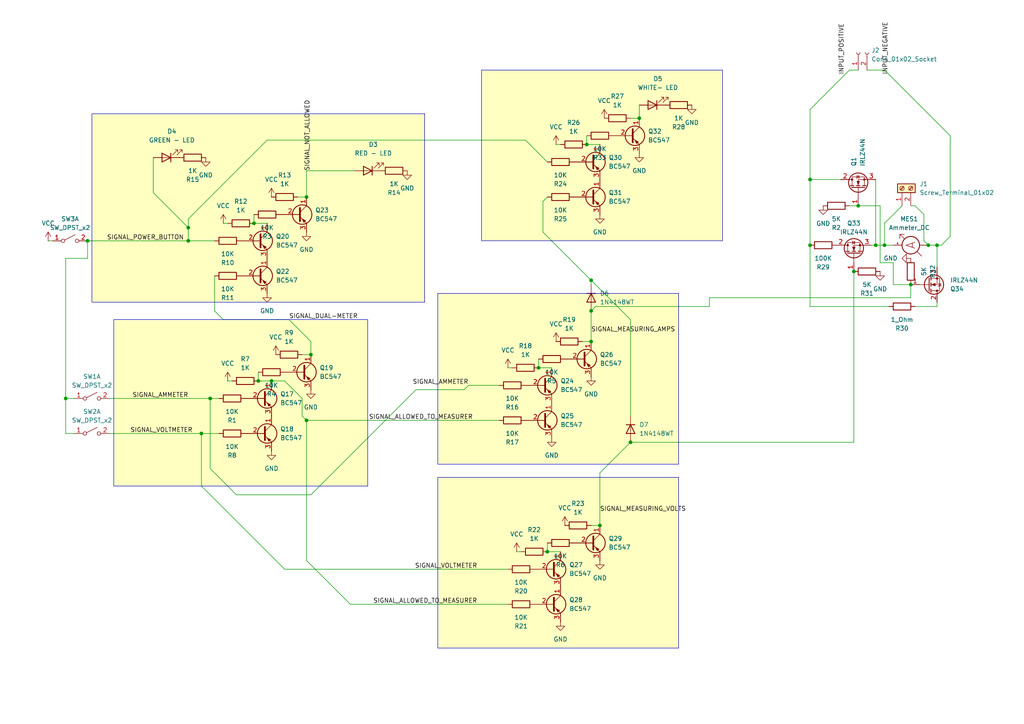
<source format=kicad_sch>
(kicad_sch (version 20231120) (generator "eeschema") (generator_version "8.0")
  (paper "A4")
  (lib_symbols
    (symbol "Connector:Conn_01x02_Socket" (pin_names (offset 1.016) hide)
      (property "Reference" "J" (at 0 2.54 0))
      (property "Value" "Conn_01x02_Socket" (at 0 -5.08 0))
      (symbol "Conn_01x02_Socket_1_1"
        (arc (start 0 -2.032) (mid -0.5058 -2.54) (end 0 -3.048) (stroke (width 0.1524)))
        (polyline (pts (xy -1.27 -2.54) (xy -0.508 -2.54)) (stroke (width 0.1524)))
        (polyline (pts (xy -1.27 0) (xy -0.508 0)) (stroke (width 0.1524)))
        (arc (start 0 0.508) (mid -0.5058 0) (end 0 -0.508) (stroke (width 0.1524)))
        (pin passive line (at -5.08 0 0) (length 3.81) (name "Pin_1") (number "1"))
        (pin passive line (at -5.08 -2.54 0) (length 3.81) (name "Pin_2") (number "2"))
      )
    )
    (symbol "Connector:Screw_Terminal_01x02" (pin_names (offset 1.016) hide)
      (property "Reference" "J" (at 0 2.54 0))
      (property "Value" "Screw_Terminal_01x02" (at 0 -5.08 0))
      (symbol "Screw_Terminal_01x02_1_1"
        (rectangle (start -1.27 1.27) (end 1.27 -3.81) (stroke (width 0.254)) (fill (type background)))
        (circle (center 0 -2.54) (radius 0.635) (stroke (width 0.1524)))
        (polyline (pts (xy -0.5334 -2.2098) (xy 0.3302 -3.048)) (stroke (width 0.1524)))
        (polyline (pts (xy -0.5334 0.3302) (xy 0.3302 -0.508)) (stroke (width 0.1524)))
        (polyline (pts (xy -0.3556 -2.032) (xy 0.508 -2.8702)) (stroke (width 0.1524)))
        (polyline (pts (xy -0.3556 0.508) (xy 0.508 -0.3302)) (stroke (width 0.1524)))
        (circle (center 0 0) (radius 0.635) (stroke (width 0.1524)))
        (pin passive line (at -5.08 0 0) (length 3.81) (name "Pin_1") (number "1"))
        (pin passive line (at -5.08 -2.54 0) (length 3.81) (name "Pin_2") (number "2"))
      )
    )
    (symbol "Device:Ammeter_DC" (pin_numbers hide) (pin_names (offset 0.0254) hide)
      (property "Reference" "MES" (at -3.302 1.016 0))
      (property "Value" "Ammeter_DC" (at -3.302 -0.762 0))
      (symbol "Ammeter_DC_0_0"
        (polyline (pts (xy -3.175 -3.175) (xy -1.905 -1.905)))
        (polyline (pts (xy 1.905 1.905) (xy 3.175 3.175)))
        (polyline (pts (xy 1.905 3.175) (xy 3.175 3.175) (xy 3.175 1.905)))
        (text "A" (at 0 0 0) (effects (font (size 2.54 2.54))))
      )
      (symbol "Ammeter_DC_0_1"
        (polyline (pts (xy 0.254 3.81) (xy 0.762 3.81)))
        (polyline (pts (xy 0.508 4.064) (xy 0.508 3.556)))
        (circle (center 0 0) (radius 2.54) (stroke (width 0.254)))
      )
      (symbol "Ammeter_DC_1_1"
        (pin passive line (at 0 -5.08 90) (length 2.54) (name "-") (number "1"))
        (pin passive line (at 0 5.08 270) (length 2.54) (name "+") (number "2"))
      )
    )
    (symbol "Device:LED" (pin_numbers hide) (pin_names (offset 1.016) hide)
      (property "Reference" "D" (at 0 2.54 0))
      (property "Value" "LED" (at 0 -2.54 0))
      (symbol "LED_0_1"
        (polyline (pts (xy -1.27 -1.27) (xy -1.27 1.27)) (stroke (width 0.254)))
        (polyline (pts (xy -1.27 0) (xy 1.27 0)))
        (polyline (pts (xy 1.27 -1.27) (xy 1.27 1.27) (xy -1.27 0) (xy 1.27 -1.27)) (stroke (width 0.254)))
        (polyline (pts (xy -3.048 -0.762) (xy -4.572 -2.286) (xy -3.81 -2.286) (xy -4.572 -2.286) (xy -4.572 -1.524)))
        (polyline (pts (xy -1.778 -0.762) (xy -3.302 -2.286) (xy -2.54 -2.286) (xy -3.302 -2.286) (xy -3.302 -1.524)))
      )
      (symbol "LED_1_1"
        (pin passive line (at -3.81 0 0) (length 2.54) (name "K") (number "1"))
        (pin passive line (at 3.81 0 180) (length 2.54) (name "A") (number "2"))
      )
    )
    (symbol "Device:R" (pin_numbers hide) (pin_names (offset 0))
      (property "Reference" "R" (at 16.256 -3.048 90))
      (property "Value" "4.7" (at 0 0 90))
      (symbol "R_0_1"
        (rectangle (start -1.016 -2.54) (end 1.016 2.54) (stroke (width 0.254)))
      )
      (symbol "R_1_1"
        (pin passive line (at 0 3.81 270) (length 1.27) (name "~") (number "1"))
        (pin passive line (at 0 -3.81 90) (length 1.27) (name "~") (number "2"))
      )
    )
    (symbol "Diode:1N4148WT" (pin_numbers hide) (pin_names hide)
      (property "Reference" "D" (at 0 2.54 0))
      (property "Value" "1N4148WT" (at 0 -2.54 0))
      (symbol "1N4148WT_0_1"
        (polyline (pts (xy -1.27 1.27) (xy -1.27 -1.27)) (stroke (width 0.254)))
        (polyline (pts (xy 1.27 0) (xy -1.27 0)))
        (polyline (pts (xy 1.27 1.27) (xy 1.27 -1.27) (xy -1.27 0) (xy 1.27 1.27)) (stroke (width 0.254)))
      )
      (symbol "1N4148WT_1_1"
        (pin passive line (at -3.81 0 0) (length 2.54) (name "K") (number "1"))
        (pin passive line (at 3.81 0 180) (length 2.54) (name "A") (number "2"))
      )
    )
    (symbol "Switch:SW_DPST_x2" (pin_names (offset 0) hide)
      (property "Reference" "SW" (at 0 3.175 0))
      (property "Value" "SW_DPST_x2" (at 0 -2.54 0))
      (symbol "SW_DPST_x2_0_0"
        (circle (center -2.032 0) (radius 0.508))
        (polyline (pts (xy -1.524 0.254) (xy 1.524 1.778)))
        (circle (center 2.032 0) (radius 0.508))
      )
      (symbol "SW_DPST_x2_1_1"
        (pin passive line (at -5.08 0 0) (length 2.54) (name "A") (number "1"))
        (pin passive line (at 5.08 0 180) (length 2.54) (name "B") (number "2"))
      )
      (symbol "SW_DPST_x2_2_1"
        (pin passive line (at -5.08 0 0) (length 2.54) (name "A") (number "3"))
        (pin passive line (at 5.08 0 180) (length 2.54) (name "B") (number "4"))
      )
    )
    (symbol "Transistor_BJT:BC557" (pin_names (offset 0) hide)
      (property "Reference" "Q" (at 5.08 1.905 0))
      (property "Value" "BC557" (at 5.08 0 0))
      (symbol "BC557_0_1"
        (polyline (pts (xy 0.635 0.635) (xy 2.54 2.54)))
        (polyline (pts (xy 0.635 -0.635) (xy 2.54 -2.54) (xy 2.54 -2.54)))
        (polyline (pts (xy 0.635 1.905) (xy 0.635 -1.905) (xy 0.635 -1.905)) (stroke (width 0.508)))
        (polyline (pts (xy 2.286 -1.778) (xy 1.778 -2.286) (xy 1.27 -1.27) (xy 2.286 -1.778) (xy 2.286 -1.778)) (fill (type outline)))
        (circle (center 1.27 0) (radius 2.8194) (stroke (width 0.254)))
      )
      (symbol "BC557_1_1"
        (pin passive line (at 2.54 5.08 270) (length 2.54) (name "C") (number "1"))
        (pin input line (at -5.08 0 0) (length 5.715) (name "B") (number "2"))
        (pin passive line (at 2.54 -5.08 90) (length 2.54) (name "E") (number "3"))
      )
    )
    (symbol "Transistor_FET:IRLZ44N" (pin_names hide)
      (property "Reference" "Q" (at 5.08 1.905 0))
      (property "Value" "IRLZ44N" (at 5.08 0 0))
      (symbol "IRLZ44N_0_1"
        (polyline (pts (xy 0.254 0) (xy -2.54 0)))
        (polyline (pts (xy 0.254 1.905) (xy 0.254 -1.905)) (stroke (width 0.254)))
        (polyline (pts (xy 0.762 -1.27) (xy 0.762 -2.286)) (stroke (width 0.254)))
        (polyline (pts (xy 0.762 0.508) (xy 0.762 -0.508)) (stroke (width 0.254)))
        (polyline (pts (xy 0.762 2.286) (xy 0.762 1.27)) (stroke (width 0.254)))
        (polyline (pts (xy 2.54 2.54) (xy 2.54 1.778)))
        (polyline (pts (xy 2.54 -2.54) (xy 2.54 0) (xy 0.762 0)))
        (polyline (pts (xy 0.762 -1.778) (xy 3.302 -1.778) (xy 3.302 1.778) (xy 0.762 1.778)))
        (polyline (pts (xy 1.016 0) (xy 2.032 0.381) (xy 2.032 -0.381) (xy 1.016 0)) (fill (type outline)))
        (polyline (pts (xy 2.794 0.508) (xy 2.921 0.381) (xy 3.683 0.381) (xy 3.81 0.254)))
        (polyline (pts (xy 3.302 0.381) (xy 2.921 -0.254) (xy 3.683 -0.254) (xy 3.302 0.381)))
        (circle (center 1.651 0) (radius 2.794) (stroke (width 0.254)))
        (circle (center 2.54 -1.778) (radius 0.254) (fill (type outline)))
        (circle (center 2.54 1.778) (radius 0.254) (fill (type outline)))
      )
      (symbol "IRLZ44N_1_1"
        (pin input line (at -5.08 0 0) (length 2.54) (name "G") (number "1"))
        (pin passive line (at 2.54 5.08 270) (length 2.54) (name "D") (number "2"))
        (pin passive line (at 2.54 -5.08 90) (length 2.54) (name "S") (number "3"))
      )
    )
    (symbol "power:GND" (power) (pin_numbers hide) (pin_names (offset 0) hide)
      (property "Value" "GND" (at 0 -3.81 0))
      (symbol "GND_0_1"
        (polyline (pts (xy 0 0) (xy 0 -1.27) (xy 1.27 -1.27) (xy 0 -2.54) (xy -1.27 -1.27) (xy 0 -1.27)))
      )
      (symbol "GND_1_1"
        (pin power_in line (at 0 0 270) (length 0) (name "~") (number "1"))
      )
    )
    (symbol "power:VCC" (power) (pin_numbers hide) (pin_names (offset 0) hide)
      (property "Value" "VCC" (at 0 3.556 0))
      (symbol "VCC_0_1"
        (polyline (pts (xy -0.762 1.27) (xy 0 2.54)))
        (polyline (pts (xy 0 0) (xy 0 2.54)))
        (polyline (pts (xy 0 2.54) (xy 0.762 1.27)))
      )
      (symbol "VCC_1_1"
        (pin power_in line (at 0 0 90) (length 0) (name "~") (number "1"))
      )
    )
  )
  (junction (at 254 71.12))
  (junction (at 264.16 82.55))
  (junction (at 58.42 125.73))
  (junction (at 234.95 52.07))
  (junction (at 60.96 115.57))
  (junction (at 74.93 110.49))
  (junction (at 256.54 71.12))
  (junction (at 171.45 81.28))
  (junction (at 158.75 160.02))
  (junction (at 247.65 78.74))
  (junction (at 78.74 110.49))
  (junction (at 73.66 64.77))
  (junction (at 171.45 90.17))
  (junction (at 25.4 69.85))
  (junction (at 54.61 69.85))
  (junction (at 54.61 66.04))
  (junction (at 271.78 71.12))
  (junction (at 156.21 106.68))
  (junction (at 171.45 99.06))
  (junction (at 88.9 121.92))
  (junction (at 173.99 152.4))
  (junction (at 170.18 41.91))
  (junction (at 19.05 115.57))
  (junction (at 88.9 57.15))
  (junction (at 90.17 102.87))
  (junction (at 248.92 59.69))
  (junction (at 269.24 71.12))
  (junction (at 182.88 128.27))
  (junction (at 234.95 71.12))
  (junction (at 185.42 34.29))
  (wire (pts (xy 273.05 71.12) (xy 275.59 68.58)))
  (wire (pts (xy 101.6 175.26) (xy 147.32 175.26)))
  (wire (pts (xy 73.66 64.77) (xy 77.47 64.77)))
  (wire (pts (xy 171.45 90.17) (xy 171.45 99.06)))
  (wire (pts (xy 171.45 81.28) (xy 171.45 82.55)))
  (wire (pts (xy 265.43 59.69) (xy 267.97 62.23)))
  (wire (pts (xy 60.96 115.57) (xy 60.96 135.89)))
  (wire (pts (xy 120.65 113.03) (xy 134.62 113.03)))
  (wire (pts (xy 44.45 45.72) (xy 44.45 55.88)))
  (wire (pts (xy 185.42 30.48) (xy 185.42 34.29)))
  (wire (pts (xy 248.92 20.32) (xy 246.38 20.32)))
  (wire (pts (xy 90.17 143.51) (xy 120.65 113.03)))
  (wire (pts (xy 77.47 40.64) (xy 152.4 40.64)))
  (wire (pts (xy 82.55 165.1) (xy 58.42 140.97)))
  (wire (pts (xy 252.73 71.12) (xy 254 71.12)))
  (wire (pts (xy 87.63 102.87) (xy 90.17 102.87)))
  (wire (pts (xy 264.16 86.36) (xy 264.16 82.55)))
  (wire (pts (xy 19.05 74.93) (xy 25.4 74.93)))
  (wire (pts (xy 25.4 69.85) (xy 54.61 69.85)))
  (wire (pts (xy 134.62 113.03) (xy 135.89 111.76)))
  (wire (pts (xy 31.75 125.73) (xy 58.42 125.73)))
  (wire (pts (xy 182.88 34.29) (xy 185.42 34.29)))
  (wire (pts (xy 82.55 165.1) (xy 147.32 165.1)))
  (wire (pts (xy 88.9 162.56) (xy 101.6 175.26)))
  (wire (pts (xy 234.95 52.07) (xy 234.95 31.75)))
  (wire (pts (xy 275.59 68.58) (xy 275.59 39.37)))
  (wire (pts (xy 246.38 59.69) (xy 248.92 59.69)))
  (wire (pts (xy 58.42 125.73) (xy 58.42 140.97)))
  (wire (pts (xy 19.05 125.73) (xy 19.05 115.57)))
  (wire (pts (xy 151.13 160.02) (xy 149.86 160.02)))
  (wire (pts (xy 255.27 76.2) (xy 255.27 59.69)))
  (wire (pts (xy 54.61 66.04) (xy 54.61 69.85)))
  (wire (pts (xy 256.54 20.32) (xy 275.59 39.37)))
  (wire (pts (xy 74.93 107.95) (xy 74.93 110.49)))
  (wire (pts (xy 170.18 41.91) (xy 173.99 41.91)))
  (wire (pts (xy 205.74 88.9) (xy 172.72 88.9)))
  (wire (pts (xy 234.95 71.12) (xy 234.95 88.9)))
  (wire (pts (xy 168.91 99.06) (xy 171.45 99.06)))
  (wire (pts (xy 234.95 52.07) (xy 243.84 52.07)))
  (wire (pts (xy 254 71.12) (xy 256.54 71.12)))
  (wire (pts (xy 156.21 106.68) (xy 160.02 106.68)))
  (wire (pts (xy 234.95 88.9) (xy 257.81 88.9)))
  (wire (pts (xy 88.9 49.53) (xy 102.87 49.53)))
  (wire (pts (xy 157.48 58.42) (xy 158.75 57.15)))
  (wire (pts (xy 182.88 92.71) (xy 182.88 120.65)))
  (wire (pts (xy 78.74 110.49) (xy 82.55 110.49)))
  (wire (pts (xy 87.63 120.65) (xy 88.9 121.92)))
  (wire (pts (xy 82.55 110.49) (xy 87.63 115.57)))
  (wire (pts (xy 182.88 128.27) (xy 247.65 128.27)))
  (wire (pts (xy 73.66 62.23) (xy 73.66 64.77)))
  (wire (pts (xy 254 52.07) (xy 254 71.12)))
  (wire (pts (xy 54.61 66.04) (xy 54.61 63.5)))
  (wire (pts (xy 173.99 137.16) (xy 182.88 128.27)))
  (wire (pts (xy 247.65 128.27) (xy 247.65 78.74)))
  (wire (pts (xy 251.46 20.32) (xy 256.54 20.32)))
  (wire (pts (xy 256.54 71.12) (xy 259.08 71.12)))
  (wire (pts (xy 87.63 115.57) (xy 87.63 120.65)))
  (wire (pts (xy 162.56 41.91) (xy 161.29 41.91)))
  (wire (pts (xy 255.27 59.69) (xy 248.92 59.69)))
  (wire (pts (xy 157.48 67.31) (xy 171.45 81.28)))
  (wire (pts (xy 19.05 115.57) (xy 21.59 115.57)))
  (wire (pts (xy 88.9 49.53) (xy 88.9 57.15)))
  (wire (pts (xy 68.58 143.51) (xy 90.17 143.51)))
  (wire (pts (xy 60.96 135.89) (xy 68.58 143.51)))
  (wire (pts (xy 171.45 152.4) (xy 173.99 152.4)))
  (wire (pts (xy 54.61 63.5) (xy 77.47 40.64)))
  (wire (pts (xy 60.96 115.57) (xy 63.5 115.57)))
  (wire (pts (xy 13.97 69.85) (xy 15.24 69.85)))
  (wire (pts (xy 156.21 104.14) (xy 156.21 106.68)))
  (wire (pts (xy 135.89 111.76) (xy 144.78 111.76)))
  (wire (pts (xy 90.17 99.06) (xy 83.82 92.71)))
  (wire (pts (xy 271.78 87.63) (xy 271.78 88.9)))
  (wire (pts (xy 66.04 64.77) (xy 64.77 64.77)))
  (wire (pts (xy 205.74 88.9) (xy 205.74 86.36)))
  (wire (pts (xy 205.74 86.36) (xy 264.16 86.36)))
  (wire (pts (xy 173.99 137.16) (xy 173.99 152.4)))
  (wire (pts (xy 259.08 82.55) (xy 259.08 76.2)))
  (wire (pts (xy 44.45 55.88) (xy 54.61 66.04)))
  (wire (pts (xy 170.18 39.37) (xy 170.18 41.91)))
  (wire (pts (xy 271.78 71.12) (xy 273.05 71.12)))
  (wire (pts (xy 158.75 160.02) (xy 162.56 160.02)))
  (wire (pts (xy 25.4 74.93) (xy 25.4 69.85)))
  (wire (pts (xy 88.9 121.92) (xy 144.78 121.92)))
  (wire (pts (xy 88.9 121.92) (xy 88.9 162.56)))
  (wire (pts (xy 256.54 64.77) (xy 256.54 71.12)))
  (wire (pts (xy 19.05 125.73) (xy 21.59 125.73)))
  (wire (pts (xy 74.93 110.49) (xy 78.74 110.49)))
  (wire (pts (xy 171.45 81.28) (xy 182.88 92.71)))
  (wire (pts (xy 172.72 88.9) (xy 171.45 90.17)))
  (wire (pts (xy 259.08 76.2) (xy 255.27 76.2)))
  (wire (pts (xy 31.75 115.57) (xy 60.96 115.57)))
  (wire (pts (xy 90.17 99.06) (xy 90.17 102.87)))
  (wire (pts (xy 62.23 80.01) (xy 62.23 90.17)))
  (wire (pts (xy 267.97 62.23) (xy 267.97 69.85)))
  (wire (pts (xy 58.42 125.73) (xy 63.5 125.73)))
  (wire (pts (xy 157.48 67.31) (xy 157.48 58.42)))
  (wire (pts (xy 86.36 57.15) (xy 88.9 57.15)))
  (wire (pts (xy 234.95 71.12) (xy 234.95 52.07)))
  (wire (pts (xy 19.05 115.57) (xy 19.05 74.93)))
  (wire (pts (xy 265.43 88.9) (xy 271.78 88.9)))
  (wire (pts (xy 158.75 157.48) (xy 158.75 160.02)))
  (wire (pts (xy 152.4 40.64) (xy 158.75 46.99)))
  (wire (pts (xy 83.82 92.71) (xy 64.77 92.71)))
  (wire (pts (xy 267.97 69.85) (xy 269.24 71.12)))
  (wire (pts (xy 64.77 92.71) (xy 62.23 90.17)))
  (wire (pts (xy 67.31 110.49) (xy 66.04 110.49)))
  (wire (pts (xy 264.16 59.69) (xy 265.43 59.69)))
  (wire (pts (xy 271.78 71.12) (xy 271.78 77.47)))
  (wire (pts (xy 148.59 106.68) (xy 147.32 106.68)))
  (wire (pts (xy 261.62 59.69) (xy 256.54 64.77)))
  (wire (pts (xy 54.61 69.85) (xy 62.23 69.85)))
  (wire (pts (xy 269.24 71.12) (xy 271.78 71.12)))
  (wire (pts (xy 264.16 82.55) (xy 259.08 82.55)))
  (wire (pts (xy 234.95 31.75) (xy 246.38 20.32)))
  (rectangle (start 127 138.43) (end 196.85 187.96) (fill (type color) (color 255 255 194 1)))
  (rectangle (start 139.7 20.32) (end 209.55 69.85) (fill (type color) (color 255 255 194 1)))
  (rectangle (start 26.67 33.02) (end 123.19 87.63) (fill (type color) (color 255 255 194 1)))
  (rectangle (start 33.02 92.71) (end 106.68 140.97) (fill (type color) (color 255 255 194 1)))
  (rectangle (start 127 85.09) (end 196.85 134.62) (fill (type color) (color 255 255 194 1)))
  (label "INPUT_NEGATIVE" (at 257.81 21.59 90))
  (label "SIGNAL_VOLTMETER" (at 55.88 125.73 180))
  (label "SIGNAL_VOLTMETER" (at 138.43 165.1 180))
  (label "INPUT_POSITIVE" (at 245.11 21.59 90))
  (label "SIGNAL_DUAL-METER" (at 83.82 92.71 0))
  (label "SIGNAL_POWER_BUTTON" (at 53.34 69.85 180))
  (label "SIGNAL_AMMETER" (at 135.89 111.76 180))
  (label "SIGNAL_NOT_ALLOWED" (at 90.17 49.53 90))
  (label "SIGNAL_ALLOWED_TO_MEASURER" (at 137.16 121.92 180))
  (label "SIGNAL_MEASURING_AMPS" (at 171.45 96.52 0))
  (label "SIGNAL_AMMETER" (at 54.61 115.57 180))
  (label "SIGNAL_ALLOWED_TO_MEASURER" (at 138.43 175.26 180))
  (label "SIGNAL_MEASURING_VOLTS" (at 173.99 148.59 0))
  (symbol (lib_id "Device:R") (at 179.07 34.29 90) (mirror x) (unit 1)
    (property "Reference" "R27" (at 179.07 27.94 90))
    (property "Value" "1K" (at 179.07 30.48 90))
    (property "Footprint" "Resistor_THT:R_Axial_DIN0309_L9.0mm_D3.2mm_P12.70mm_Horizontal" (effects (hide yes)))
    (property "Description" "Resistor" (effects (hide yes)))
  )
  (symbol (lib_id "Switch:SW_DPST_x2") (at 26.67 115.57 0) (unit 1)
    (property "Reference" "SW1" (at 26.67 109.22 0))
    (property "Value" "SW_DPST_x2" (at 26.67 111.76 0))
    (property "Footprint" "Button_Switch_THT:SW_DIP_SPSTx01_Piano_10.8x4.1mm_W7.62mm_P2.54mm" (effects (hide yes)))
    (property "Description" "Single Pole Single Throw (SPST) switch, separate symbol" (effects (hide yes)))
  )
  (symbol (lib_id "Device:R") (at 82.55 57.15 90) (mirror x) (unit 1)
    (property "Reference" "R13" (at 82.55 50.8 90))
    (property "Value" "1K" (at 82.55 53.34 90))
    (property "Footprint" "Resistor_THT:R_Axial_DIN0309_L9.0mm_D3.2mm_P12.70mm_Horizontal" (effects (hide yes)))
    (property "Description" "Resistor" (effects (hide yes)))
  )
  (symbol (lib_id "power:VCC") (at 13.97 69.85 0) (unit 1)
    (property "Reference" "#PWR05" (effects (hide yes)))
    (property "Value" "VCC" (at 13.97 64.77 0))
    (property "Description" "Power symbol creates a global label with name \"VCC\"" (effects (hide yes)))
  )
  (symbol (lib_id "Device:R") (at 78.74 107.95 90) (unit 1)
    (property "Reference" "R4" (at 78.74 114.3 90))
    (property "Value" "10K" (at 78.74 111.76 90))
    (property "Footprint" "Resistor_THT:R_Axial_DIN0309_L9.0mm_D3.2mm_P12.70mm_Horizontal" (effects (hide yes)))
    (property "Description" "Resistor" (effects (hide yes)))
  )
  (symbol (lib_id "power:VCC") (at 149.86 160.02 0) (unit 1)
    (property "Reference" "#PWR028" (effects (hide yes)))
    (property "Value" "VCC" (at 149.86 154.94 0))
    (property "Description" "Power symbol creates a global label with name \"VCC\"" (effects (hide yes)))
  )
  (symbol (lib_id "Device:R") (at 160.02 104.14 90) (unit 1)
    (property "Reference" "R5" (at 160.02 110.49 90))
    (property "Value" "10K" (at 160.02 107.95 90))
    (property "Footprint" "Resistor_THT:R_Axial_DIN0309_L9.0mm_D3.2mm_P12.70mm_Horizontal" (effects (hide yes)))
    (property "Description" "Resistor" (effects (hide yes)))
  )
  (symbol (lib_id "power:GND") (at 171.45 109.22 0) (unit 1)
    (property "Reference" "#PWR027" (effects (hide yes)))
    (property "Value" "GND" (at 171.45 114.3 0))
    (property "Description" "Power symbol creates a global label with name \"GND\" , ground" (effects (hide yes)))
  )
  (symbol (lib_id "power:GND") (at 59.69 45.72 0) (unit 1)
    (property "Reference" "#PWR023" (effects (hide yes)))
    (property "Value" "GND" (at 59.69 50.8 0))
    (property "Description" "Power symbol creates a global label with name \"GND\" , ground" (effects (hide yes)))
  )
  (symbol (lib_id "Device:R") (at 151.13 165.1 90) (unit 1)
    (property "Reference" "R20" (at 151.13 171.45 90))
    (property "Value" "10K" (at 151.13 168.91 90))
    (property "Footprint" "Resistor_THT:R_Axial_DIN0309_L9.0mm_D3.2mm_P12.70mm_Horizontal" (effects (hide yes)))
    (property "Description" "Resistor" (effects (hide yes)))
  )
  (symbol (lib_id "Device:R") (at 77.47 62.23 90) (unit 1)
    (property "Reference" "R3" (at 77.47 68.58 90))
    (property "Value" "10K" (at 77.47 66.04 90))
    (property "Footprint" "Resistor_THT:R_Axial_DIN0309_L9.0mm_D3.2mm_P12.70mm_Horizontal" (effects (hide yes)))
    (property "Description" "Resistor" (effects (hide yes)))
  )
  (symbol (lib_id "Transistor_BJT:BC557") (at 76.2 115.57 0) (unit 1)
    (property "Reference" "Q17" (at 81.28 114.2999 0) (effects (justify left)))
    (property "Value" "BC547" (at 81.28 116.8399 0) (effects (justify left)))
    (property "Footprint" "Package_TO_SOT_THT:TO-92_Inline" (effects (hide yes)))
    (property "Datasheet" "https://www.onsemi.com/pub/Collateral/BC556BTA-D.pdf" (effects (hide yes)))
    (property "Description" "0.1A Ic, 45V Vce, PNP Small Signal Transistor, TO-92" (effects (hide yes)))
  )
  (symbol (lib_id "power:VCC") (at 66.04 110.49 0) (unit 1)
    (property "Reference" "#PWR01" (effects (hide yes)))
    (property "Value" "VCC" (at 66.04 105.41 0))
    (property "Description" "Power symbol creates a global label with name \"VCC\"" (effects (hide yes)))
  )
  (symbol (lib_id "power:GND") (at 264.16 74.93 270) (unit 1)
    (property "Reference" "#PWR038" (effects (hide yes)))
    (property "Value" "GND" (at 260.35 74.9299 90) (effects (justify right)))
    (property "Description" "Power symbol creates a global label with name \"GND\" , ground" (effects (hide yes)))
  )
  (symbol (lib_id "Transistor_BJT:BC557") (at 74.93 80.01 0) (unit 1)
    (property "Reference" "Q22" (at 80.01 78.7399 0) (effects (justify left)))
    (property "Value" "BC547" (at 80.01 81.2799 0) (effects (justify left)))
    (property "Footprint" "Package_TO_SOT_THT:TO-92_Inline" (effects (hide yes)))
    (property "Datasheet" "https://www.onsemi.com/pub/Collateral/BC556BTA-D.pdf" (effects (hide yes)))
    (property "Description" "0.1A Ic, 45V Vce, PNP Small Signal Transistor, TO-92" (effects (hide yes)))
  )
  (symbol (lib_id "Transistor_FET:IRLZ44N") (at 247.65 73.66 90) (unit 1)
    (property "Reference" "Q33" (at 247.65 64.77 90))
    (property "Value" "IRLZ44N" (at 247.65 67.31 90))
    (property "Footprint" "Package_TO_SOT_THT:TO-220-3_Vertical" (effects (hide yes)))
    (property "Datasheet" "http://www.irf.com/product-info/datasheets/data/irlz44n.pdf" (effects (hide yes)))
    (property "Description" "47A Id, 55V Vds, 22mOhm Rds Single N-Channel HEXFET Power MOSFET, TO-220AB" (effects (hide yes)))
  )
  (symbol (lib_id "Device:R") (at 242.57 59.69 270) (mirror x) (unit 1)
    (property "Reference" "R2" (at 242.57 66.04 90))
    (property "Value" "5K" (at 242.57 63.5 90))
    (property "Footprint" "Resistor_THT:R_Axial_DIN0309_L9.0mm_D3.2mm_P12.70mm_Horizontal" (effects (hide yes)))
    (property "Description" "Resistor" (effects (hide yes)))
  )
  (symbol (lib_id "Transistor_FET:IRLZ44N") (at 248.92 54.61 90) (unit 1)
    (property "Reference" "Q1" (at 247.6499 48.26 0) (effects (justify left)))
    (property "Value" "IRLZ44N" (at 250.1899 48.26 0) (effects (justify left)))
    (property "Footprint" "Package_TO_SOT_THT:TO-220-3_Vertical" (effects (hide yes)))
    (property "Datasheet" "http://www.irf.com/product-info/datasheets/data/irlz44n.pdf" (effects (hide yes)))
    (property "Description" "47A Id, 55V Vds, 22mOhm Rds Single N-Channel HEXFET Power MOSFET, TO-220AB" (effects (hide yes)))
  )
  (symbol (lib_id "Device:LED") (at 106.68 49.53 180) (unit 1)
    (property "Reference" "D3" (at 108.2675 41.91 0))
    (property "Value" "RED - LED" (at 108.2675 44.45 0))
    (property "Footprint" "LED_THT:LED_D1.8mm_W3.3mm_H2.4mm" (effects (hide yes)))
    (property "Description" "Light emitting diode" (effects (hide yes)))
  )
  (symbol (lib_id "Transistor_BJT:BC557") (at 87.63 107.95 0) (unit 1)
    (property "Reference" "Q19" (at 92.71 106.6799 0) (effects (justify left)))
    (property "Value" "BC547" (at 92.71 109.2199 0) (effects (justify left)))
    (property "Footprint" "Package_TO_SOT_THT:TO-92_Inline" (effects (hide yes)))
    (property "Datasheet" "https://www.onsemi.com/pub/Collateral/BC556BTA-D.pdf" (effects (hide yes)))
    (property "Description" "0.1A Ic, 45V Vce, PNP Small Signal Transistor, TO-92" (effects (hide yes)))
  )
  (symbol (lib_id "Device:R") (at 66.04 80.01 90) (unit 1)
    (property "Reference" "R11" (at 66.04 86.36 90))
    (property "Value" "10K" (at 66.04 83.82 90))
    (property "Footprint" "Resistor_THT:R_Axial_DIN0309_L9.0mm_D3.2mm_P12.70mm_Horizontal" (effects (hide yes)))
    (property "Description" "Resistor" (effects (hide yes)))
  )
  (symbol (lib_id "power:VCC") (at 80.01 102.87 0) (unit 1)
    (property "Reference" "#PWR07" (effects (hide yes)))
    (property "Value" "VCC" (at 80.01 97.79 0))
    (property "Description" "Power symbol creates a global label with name \"VCC\"" (effects (hide yes)))
  )
  (symbol (lib_id "power:GND") (at 162.56 180.34 0) (unit 1)
    (property "Reference" "#PWR029" (effects (hide yes)))
    (property "Value" "GND" (at 162.56 185.42 0))
    (property "Description" "Power symbol creates a global label with name \"GND\" , ground" (effects (hide yes)))
  )
  (symbol (lib_id "power:GND") (at 118.11 49.53 0) (unit 1)
    (property "Reference" "#PWR022" (effects (hide yes)))
    (property "Value" "GND" (at 118.11 54.61 0))
    (property "Description" "Power symbol creates a global label with name \"GND\" , ground" (effects (hide yes)))
  )
  (symbol (lib_id "Device:R") (at 264.16 78.74 180) (unit 1)
    (property "Reference" "R32" (at 270.51 78.74 90))
    (property "Value" "5K" (at 267.97 78.74 90))
    (property "Footprint" "Resistor_THT:R_Axial_DIN0309_L9.0mm_D3.2mm_P12.70mm_Horizontal" (effects (hide yes)))
    (property "Description" "Resistor" (effects (hide yes)))
  )
  (symbol (lib_id "Transistor_BJT:BC557") (at 182.88 39.37 0) (unit 1)
    (property "Reference" "Q32" (at 187.96 38.0999 0) (effects (justify left)))
    (property "Value" "BC547" (at 187.96 40.6399 0) (effects (justify left)))
    (property "Footprint" "Package_TO_SOT_THT:TO-92_Inline" (effects (hide yes)))
    (property "Datasheet" "https://www.onsemi.com/pub/Collateral/BC556BTA-D.pdf" (effects (hide yes)))
    (property "Description" "0.1A Ic, 45V Vce, PNP Small Signal Transistor, TO-92" (effects (hide yes)))
  )
  (symbol (lib_id "power:GND") (at 88.9 67.31 0) (unit 1)
    (property "Reference" "#PWR021" (effects (hide yes)))
    (property "Value" "GND" (at 88.9 72.39 0))
    (property "Description" "Power symbol creates a global label with name \"GND\" , ground" (effects (hide yes)))
  )
  (symbol (lib_id "Device:R") (at 114.3 49.53 90) (unit 1)
    (property "Reference" "R14" (at 114.3 55.88 90))
    (property "Value" "1K" (at 114.3 53.34 90))
    (property "Footprint" "Resistor_THT:R_Axial_DIN0309_L9.0mm_D3.2mm_P12.70mm_Horizontal" (effects (hide yes)))
    (property "Description" "Resistor" (effects (hide yes)))
  )
  (symbol (lib_id "power:GND") (at 77.47 85.09 0) (unit 1)
    (property "Reference" "#PWR019" (effects (hide yes)))
    (property "Value" "GND" (at 77.47 90.17 0))
    (property "Description" "Power symbol creates a global label with name \"GND\" , ground" (effects (hide yes)))
  )
  (symbol (lib_id "Device:R") (at 67.31 125.73 90) (unit 1)
    (property "Reference" "R8" (at 67.31 132.08 90))
    (property "Value" "10K" (at 67.31 129.54 90))
    (property "Footprint" "Resistor_THT:R_Axial_DIN0309_L9.0mm_D3.2mm_P12.70mm_Horizontal" (effects (hide yes)))
    (property "Description" "Resistor" (effects (hide yes)))
  )
  (symbol (lib_id "Transistor_BJT:BC557") (at 160.02 175.26 0) (unit 1)
    (property "Reference" "Q28" (at 165.1 173.9899 0) (effects (justify left)))
    (property "Value" "BC547" (at 165.1 176.5299 0) (effects (justify left)))
    (property "Footprint" "Package_TO_SOT_THT:TO-92_Inline" (effects (hide yes)))
    (property "Datasheet" "https://www.onsemi.com/pub/Collateral/BC556BTA-D.pdf" (effects (hide yes)))
    (property "Description" "0.1A Ic, 45V Vce, PNP Small Signal Transistor, TO-92" (effects (hide yes)))
  )
  (symbol (lib_id "Transistor_BJT:BC557") (at 74.93 69.85 0) (unit 1)
    (property "Reference" "Q20" (at 80.01 68.5799 0) (effects (justify left)))
    (property "Value" "BC547" (at 80.01 71.1199 0) (effects (justify left)))
    (property "Footprint" "Package_TO_SOT_THT:TO-92_Inline" (effects (hide yes)))
    (property "Datasheet" "https://www.onsemi.com/pub/Collateral/BC556BTA-D.pdf" (effects (hide yes)))
    (property "Description" "0.1A Ic, 45V Vce, PNP Small Signal Transistor, TO-92" (effects (hide yes)))
  )
  (symbol (lib_id "Switch:SW_DPST_x2") (at 20.32 69.85 0) (unit 1)
    (property "Reference" "SW3" (at 20.32 63.5 0))
    (property "Value" "SW_DPST_x2" (at 20.32 66.04 0))
    (property "Footprint" "Button_Switch_THT:SW_DIP_SPSTx01_Piano_10.8x4.1mm_W7.62mm_P2.54mm" (effects (hide yes)))
    (property "Description" "Single Pole Single Throw (SPST) switch, separate symbol" (effects (hide yes)))
  )
  (symbol (lib_id "Device:R") (at 261.62 88.9 90) (unit 1)
    (property "Reference" "R30" (at 261.62 95.25 90))
    (property "Value" "1_Ohm" (at 261.62 92.71 90))
    (property "Footprint" "Resistor_THT:R_Axial_DIN0309_L9.0mm_D3.2mm_P12.70mm_Horizontal" (effects (hide yes)))
    (property "Description" "Resistor" (effects (hide yes)))
  )
  (symbol (lib_id "Device:R") (at 251.46 78.74 90) (unit 1)
    (property "Reference" "R31" (at 251.46 85.09 90))
    (property "Value" "5K" (at 251.46 82.55 90))
    (property "Footprint" "Resistor_THT:R_Axial_DIN0309_L9.0mm_D3.2mm_P12.70mm_Horizontal" (effects (hide yes)))
    (property "Description" "Resistor" (effects (hide yes)))
  )
  (symbol (lib_id "Device:LED") (at 48.26 45.72 180) (unit 1)
    (property "Reference" "D4" (at 49.8475 38.1 0))
    (property "Value" "GREEN - LED" (at 49.8475 40.64 0))
    (property "Footprint" "LED_THT:LED_D1.8mm_W3.3mm_H2.4mm" (effects (hide yes)))
    (property "Description" "Light emitting diode" (effects (hide yes)))
  )
  (symbol (lib_id "Transistor_BJT:BC557") (at 160.02 165.1 0) (unit 1)
    (property "Reference" "Q27" (at 165.1 163.8299 0) (effects (justify left)))
    (property "Value" "BC547" (at 165.1 166.3699 0) (effects (justify left)))
    (property "Footprint" "Package_TO_SOT_THT:TO-92_Inline" (effects (hide yes)))
    (property "Datasheet" "https://www.onsemi.com/pub/Collateral/BC556BTA-D.pdf" (effects (hide yes)))
    (property "Description" "0.1A Ic, 45V Vce, PNP Small Signal Transistor, TO-92" (effects (hide yes)))
  )
  (symbol (lib_id "Device:R") (at 55.88 45.72 90) (unit 1)
    (property "Reference" "R15" (at 55.88 52.07 90))
    (property "Value" "1K" (at 55.88 49.53 90))
    (property "Footprint" "Resistor_THT:R_Axial_DIN0309_L9.0mm_D3.2mm_P12.70mm_Horizontal" (effects (hide yes)))
    (property "Description" "Resistor" (effects (hide yes)))
  )
  (symbol (lib_id "power:GND") (at 185.42 44.45 0) (unit 1)
    (property "Reference" "#PWR035" (effects (hide yes)))
    (property "Value" "GND" (at 185.42 49.53 0))
    (property "Description" "Power symbol creates a global label with name \"GND\" , ground" (effects (hide yes)))
  )
  (symbol (lib_id "Device:R") (at 173.99 39.37 90) (unit 1)
    (property "Reference" "R33" (at 173.99 45.72 90))
    (property "Value" "10K" (at 173.99 43.18 90))
    (property "Footprint" "Resistor_THT:R_Axial_DIN0309_L9.0mm_D3.2mm_P12.70mm_Horizontal" (effects (hide yes)))
    (property "Description" "Resistor" (effects (hide yes)))
  )
  (symbol (lib_id "power:VCC") (at 78.74 57.15 0) (unit 1)
    (property "Reference" "#PWR020" (effects (hide yes)))
    (property "Value" "VCC" (at 78.74 52.07 0))
    (property "Description" "Power symbol creates a global label with name \"VCC\"" (effects (hide yes)))
  )
  (symbol (lib_id "Transistor_BJT:BC557") (at 76.2 125.73 0) (unit 1)
    (property "Reference" "Q18" (at 81.28 124.4599 0) (effects (justify left)))
    (property "Value" "BC547" (at 81.28 126.9999 0) (effects (justify left)))
    (property "Footprint" "Package_TO_SOT_THT:TO-92_Inline" (effects (hide yes)))
    (property "Datasheet" "https://www.onsemi.com/pub/Collateral/BC556BTA-D.pdf" (effects (hide yes)))
    (property "Description" "0.1A Ic, 45V Vce, PNP Small Signal Transistor, TO-92" (effects (hide yes)))
  )
  (symbol (lib_id "power:GND") (at 238.76 59.69 0) (unit 1)
    (property "Reference" "#PWR06" (effects (hide yes)))
    (property "Value" "GND" (at 238.76 64.8317 0))
    (property "Description" "Power symbol creates a global label with name \"GND\" , ground" (effects (hide yes)))
  )
  (symbol (lib_id "Device:R") (at 166.37 41.91 90) (mirror x) (unit 1)
    (property "Reference" "R26" (at 166.37 35.56 90))
    (property "Value" "1K" (at 166.37 38.1 90))
    (property "Footprint" "Resistor_THT:R_Axial_DIN0309_L9.0mm_D3.2mm_P12.70mm_Horizontal" (effects (hide yes)))
    (property "Description" "Resistor" (effects (hide yes)))
  )
  (symbol (lib_id "power:GND") (at 90.17 113.03 0) (unit 1)
    (property "Reference" "#PWR017" (effects (hide yes)))
    (property "Value" "GND" (at 90.17 118.11 0))
    (property "Description" "Power symbol creates a global label with name \"GND\" , ground" (effects (hide yes)))
  )
  (symbol (lib_id "power:VCC") (at 64.77 64.77 0) (unit 1)
    (property "Reference" "#PWR018" (effects (hide yes)))
    (property "Value" "VCC" (at 64.77 59.69 0))
    (property "Description" "Power symbol creates a global label with name \"VCC\"" (effects (hide yes)))
  )
  (symbol (lib_id "power:GND") (at 173.99 162.56 0) (unit 1)
    (property "Reference" "#PWR031" (effects (hide yes)))
    (property "Value" "GND" (at 173.99 167.64 0))
    (property "Description" "Power symbol creates a global label with name \"GND\" , ground" (effects (hide yes)))
  )
  (symbol (lib_id "power:GND") (at 160.02 127 0) (unit 1)
    (property "Reference" "#PWR025" (effects (hide yes)))
    (property "Value" "GND" (at 160.02 132.08 0))
    (property "Description" "Power symbol creates a global label with name \"GND\" , ground" (effects (hide yes)))
  )
  (symbol (lib_id "power:VCC") (at 161.29 99.06 0) (unit 1)
    (property "Reference" "#PWR026" (effects (hide yes)))
    (property "Value" "VCC" (at 161.29 93.98 0))
    (property "Description" "Power symbol creates a global label with name \"VCC\"" (effects (hide yes)))
  )
  (symbol (lib_id "Device:R") (at 238.76 71.12 90) (unit 1)
    (property "Reference" "R29" (at 238.76 77.47 90))
    (property "Value" "100K" (at 238.76 74.93 90))
    (property "Footprint" "Resistor_THT:R_Axial_DIN0309_L9.0mm_D3.2mm_P12.70mm_Horizontal" (effects (hide yes)))
    (property "Description" "Resistor" (effects (hide yes)))
  )
  (symbol (lib_id "power:GND") (at 200.66 30.48 0) (unit 1)
    (property "Reference" "#PWR036" (effects (hide yes)))
    (property "Value" "GND" (at 200.66 35.56 0))
    (property "Description" "Power symbol creates a global label with name \"GND\" , ground" (effects (hide yes)))
  )
  (symbol (lib_id "power:VCC") (at 163.83 152.4 0) (unit 1)
    (property "Reference" "#PWR030" (effects (hide yes)))
    (property "Value" "VCC" (at 163.83 147.32 0))
    (property "Description" "Power symbol creates a global label with name \"VCC\"" (effects (hide yes)))
  )
  (symbol (lib_id "Device:R") (at 196.85 30.48 90) (unit 1)
    (property "Reference" "R28" (at 196.85 36.83 90))
    (property "Value" "1K" (at 196.85 34.29 90))
    (property "Footprint" "Resistor_THT:R_Axial_DIN0309_L9.0mm_D3.2mm_P12.70mm_Horizontal" (effects (hide yes)))
    (property "Description" "Resistor" (effects (hide yes)))
  )
  (symbol (lib_id "Transistor_BJT:BC557") (at 157.48 111.76 0) (unit 1)
    (property "Reference" "Q24" (at 162.56 110.4899 0) (effects (justify left)))
    (property "Value" "BC547" (at 162.56 113.0299 0) (effects (justify left)))
    (property "Footprint" "Package_TO_SOT_THT:TO-92_Inline" (effects (hide yes)))
    (property "Datasheet" "https://www.onsemi.com/pub/Collateral/BC556BTA-D.pdf" (effects (hide yes)))
    (property "Description" "0.1A Ic, 45V Vce, PNP Small Signal Transistor, TO-92" (effects (hide yes)))
  )
  (symbol (lib_id "Switch:SW_DPST_x2") (at 26.67 125.73 0) (unit 1)
    (property "Reference" "SW2" (at 26.67 119.38 0))
    (property "Value" "SW_DPST_x2" (at 26.67 121.92 0))
    (property "Footprint" "Button_Switch_THT:SW_DIP_SPSTx01_Piano_10.8x4.1mm_W7.62mm_P2.54mm" (effects (hide yes)))
    (property "Description" "Single Pole Single Throw (SPST) switch, separate symbol" (effects (hide yes)))
  )
  (symbol (lib_id "Device:R") (at 66.04 69.85 90) (unit 1)
    (property "Reference" "R10" (at 66.04 76.2 90))
    (property "Value" "10K" (at 66.04 73.66 90))
    (property "Footprint" "Resistor_THT:R_Axial_DIN0309_L9.0mm_D3.2mm_P12.70mm_Horizontal" (effects (hide yes)))
    (property "Description" "Resistor" (effects (hide yes)))
  )
  (symbol (lib_id "Transistor_BJT:BC557") (at 171.45 46.99 0) (unit 1)
    (property "Reference" "Q30" (at 176.53 45.7199 0) (effects (justify left)))
    (property "Value" "BC547" (at 176.53 48.2599 0) (effects (justify left)))
    (property "Footprint" "Package_TO_SOT_THT:TO-92_Inline" (effects (hide yes)))
    (property "Datasheet" "https://www.onsemi.com/pub/Collateral/BC556BTA-D.pdf" (effects (hide yes)))
    (property "Description" "0.1A Ic, 45V Vce, PNP Small Signal Transistor, TO-92" (effects (hide yes)))
  )
  (symbol (lib_id "power:VCC") (at 147.32 106.68 0) (unit 1)
    (property "Reference" "#PWR024" (effects (hide yes)))
    (property "Value" "VCC" (at 147.32 101.6 0))
    (property "Description" "Power symbol creates a global label with name \"VCC\"" (effects (hide yes)))
  )
  (symbol (lib_id "power:VCC") (at 175.26 34.29 0) (unit 1)
    (property "Reference" "#PWR034" (effects (hide yes)))
    (property "Value" "VCC" (at 175.26 29.21 0))
    (property "Description" "Power symbol creates a global label with name \"VCC\"" (effects (hide yes)))
  )
  (symbol (lib_id "Device:R") (at 167.64 152.4 90) (mirror x) (unit 1)
    (property "Reference" "R23" (at 167.64 146.05 90))
    (property "Value" "1K" (at 167.64 148.59 90))
    (property "Footprint" "Resistor_THT:R_Axial_DIN0309_L9.0mm_D3.2mm_P12.70mm_Horizontal" (effects (hide yes)))
    (property "Description" "Resistor" (effects (hide yes)))
  )
  (symbol (lib_id "Device:R") (at 71.12 110.49 90) (mirror x) (unit 1)
    (property "Reference" "R7" (at 71.12 104.14 90))
    (property "Value" "1K" (at 71.12 106.68 90))
    (property "Footprint" "Resistor_THT:R_Axial_DIN0309_L9.0mm_D3.2mm_P12.70mm_Horizontal" (effects (hide yes)))
    (property "Description" "Resistor" (effects (hide yes)))
  )
  (symbol (lib_id "Diode:1N4148WT") (at 182.88 124.46 270) (unit 1)
    (property "Reference" "D7" (at 185.42 123.1899 90) (effects (justify left)))
    (property "Value" "1N4148WT" (at 185.42 125.7299 90) (effects (justify left)))
    (property "Footprint" "Diode_THT:D_5W_P12.70mm_Horizontal" (effects (hide yes)))
    (property "Datasheet" "https://www.diodes.com/assets/Datasheets/ds30396.pdf" (effects (hide yes)))
    (property "Description" "75V 0.15A Fast switching Diode, SOD-523" (effects (hide yes)))
    (property "Sim.Device" "D" (effects (hide yes)))
    (property "Sim.Pins" "1=K 2=A" (effects (hide yes)))
  )
  (symbol (lib_id "Device:R") (at 148.59 111.76 90) (unit 1)
    (property "Reference" "R16" (at 148.59 118.11 90))
    (property "Value" "10K" (at 148.59 115.57 90))
    (property "Footprint" "Resistor_THT:R_Axial_DIN0309_L9.0mm_D3.2mm_P12.70mm_Horizontal" (effects (hide yes)))
    (property "Description" "Resistor" (effects (hide yes)))
  )
  (symbol (lib_id "Transistor_BJT:BC557") (at 168.91 104.14 0) (unit 1)
    (property "Reference" "Q26" (at 173.99 102.8699 0) (effects (justify left)))
    (property "Value" "BC547" (at 173.99 105.4099 0) (effects (justify left)))
    (property "Footprint" "Package_TO_SOT_THT:TO-92_Inline" (effects (hide yes)))
    (property "Datasheet" "https://www.onsemi.com/pub/Collateral/BC556BTA-D.pdf" (effects (hide yes)))
    (property "Description" "0.1A Ic, 45V Vce, PNP Small Signal Transistor, TO-92" (effects (hide yes)))
  )
  (symbol (lib_id "Device:R") (at 162.56 57.15 90) (unit 1)
    (property "Reference" "R25" (at 162.56 63.5 90))
    (property "Value" "10K" (at 162.56 60.96 90))
    (property "Footprint" "Resistor_THT:R_Axial_DIN0309_L9.0mm_D3.2mm_P12.70mm_Horizontal" (effects (hide yes)))
    (property "Description" "Resistor" (effects (hide yes)))
  )
  (symbol (lib_id "power:GND") (at 255.27 78.74 0) (unit 1)
    (property "Reference" "#PWR037" (effects (hide yes)))
    (property "Value" "GND" (at 255.27 83.82 0))
    (property "Description" "Power symbol creates a global label with name \"GND\" , ground" (effects (hide yes)))
  )
  (symbol (lib_id "Device:R") (at 83.82 102.87 90) (mirror x) (unit 1)
    (property "Reference" "R9" (at 83.82 96.52 90))
    (property "Value" "1K" (at 83.82 99.06 90))
    (property "Footprint" "Resistor_THT:R_Axial_DIN0309_L9.0mm_D3.2mm_P12.70mm_Horizontal" (effects (hide yes)))
    (property "Description" "Resistor" (effects (hide yes)))
  )
  (symbol (lib_id "power:VCC") (at 161.29 41.91 0) (unit 1)
    (property "Reference" "#PWR032" (effects (hide yes)))
    (property "Value" "VCC" (at 161.29 36.83 0))
    (property "Description" "Power symbol creates a global label with name \"VCC\"" (effects (hide yes)))
  )
  (symbol (lib_id "Transistor_FET:IRLZ44N") (at 269.24 82.55 0) (mirror x) (unit 1)
    (property "Reference" "Q34" (at 275.59 83.8201 0) (effects (justify left)))
    (property "Value" "IRLZ44N" (at 275.59 81.2801 0) (effects (justify left)))
    (property "Footprint" "Package_TO_SOT_THT:TO-220-3_Vertical" (effects (hide yes)))
    (property "Datasheet" "http://www.irf.com/product-info/datasheets/data/irlz44n.pdf" (effects (hide yes)))
    (property "Description" "47A Id, 55V Vds, 22mOhm Rds Single N-Channel HEXFET Power MOSFET, TO-220AB" (effects (hide yes)))
  )
  (symbol (lib_id "Device:Ammeter_DC") (at 264.16 71.12 90) (unit 1)
    (property "Reference" "MES1" (at 263.7155 63.5 90))
    (property "Value" "Ammeter_DC" (at 263.7155 66.04 90))
    (property "Description" "DC ammeter" (effects (hide yes)))
  )
  (symbol (lib_id "Diode:1N4148WT") (at 171.45 86.36 270) (unit 1)
    (property "Reference" "D6" (at 173.99 85.0899 90) (effects (justify left)))
    (property "Value" "1N4148WT" (at 173.99 87.6299 90) (effects (justify left)))
    (property "Footprint" "Diode_THT:D_5W_P12.70mm_Horizontal" (effects (hide yes)))
    (property "Datasheet" "https://www.diodes.com/assets/Datasheets/ds30396.pdf" (effects (hide yes)))
    (property "Description" "75V 0.15A Fast switching Diode, SOD-523" (effects (hide yes)))
    (property "Sim.Device" "D" (effects (hide yes)))
    (property "Sim.Pins" "1=K 2=A" (effects (hide yes)))
  )
  (symbol (lib_id "power:GND") (at 78.74 130.81 0) (unit 1)
    (property "Reference" "#PWR04" (effects (hide yes)))
    (property "Value" "GND" (at 78.74 135.89 0))
    (property "Description" "Power symbol creates a global label with name \"GND\" , ground" (effects (hide yes)))
  )
  (symbol (lib_id "Device:R") (at 69.85 64.77 90) (mirror x) (unit 1)
    (property "Reference" "R12" (at 69.85 58.42 90))
    (property "Value" "1K" (at 69.85 60.96 90))
    (property "Footprint" "Resistor_THT:R_Axial_DIN0309_L9.0mm_D3.2mm_P12.70mm_Horizontal" (effects (hide yes)))
    (property "Description" "Resistor" (effects (hide yes)))
  )
  (symbol (lib_id "power:GND") (at 173.99 62.23 0) (unit 1)
    (property "Reference" "#PWR033" (effects (hide yes)))
    (property "Value" "GND" (at 173.99 67.31 0))
    (property "Description" "Power symbol creates a global label with name \"GND\" , ground" (effects (hide yes)))
  )
  (symbol (lib_id "Device:R") (at 154.94 160.02 90) (mirror x) (unit 1)
    (property "Reference" "R22" (at 154.94 153.67 90))
    (property "Value" "1K" (at 154.94 156.21 90))
    (property "Footprint" "Resistor_THT:R_Axial_DIN0309_L9.0mm_D3.2mm_P12.70mm_Horizontal" (effects (hide yes)))
    (property "Description" "Resistor" (effects (hide yes)))
  )
  (symbol (lib_id "Device:R") (at 152.4 106.68 90) (mirror x) (unit 1)
    (property "Reference" "R18" (at 152.4 100.33 90))
    (property "Value" "1K" (at 152.4 102.87 90))
    (property "Footprint" "Resistor_THT:R_Axial_DIN0309_L9.0mm_D3.2mm_P12.70mm_Horizontal" (effects (hide yes)))
    (property "Description" "Resistor" (effects (hide yes)))
  )
  (symbol (lib_id "Transistor_BJT:BC557") (at 171.45 157.48 0) (unit 1)
    (property "Reference" "Q29" (at 176.53 156.2099 0) (effects (justify left)))
    (property "Value" "BC547" (at 176.53 158.7499 0) (effects (justify left)))
    (property "Footprint" "Package_TO_SOT_THT:TO-92_Inline" (effects (hide yes)))
    (property "Datasheet" "https://www.onsemi.com/pub/Collateral/BC556BTA-D.pdf" (effects (hide yes)))
    (property "Description" "0.1A Ic, 45V Vce, PNP Small Signal Transistor, TO-92" (effects (hide yes)))
  )
  (symbol (lib_id "Transistor_BJT:BC557") (at 171.45 57.15 0) (unit 1)
    (property "Reference" "Q31" (at 176.53 55.8799 0) (effects (justify left)))
    (property "Value" "BC547" (at 176.53 58.4199 0) (effects (justify left)))
    (property "Footprint" "Package_TO_SOT_THT:TO-92_Inline" (effects (hide yes)))
    (property "Datasheet" "https://www.onsemi.com/pub/Collateral/BC556BTA-D.pdf" (effects (hide yes)))
    (property "Description" "0.1A Ic, 45V Vce, PNP Small Signal Transistor, TO-92" (effects (hide yes)))
  )
  (symbol (lib_id "Device:R") (at 148.59 121.92 90) (unit 1)
    (property "Reference" "R17" (at 148.59 128.27 90))
    (property "Value" "10K" (at 148.59 125.73 90))
    (property "Footprint" "Resistor_THT:R_Axial_DIN0309_L9.0mm_D3.2mm_P12.70mm_Horizontal" (effects (hide yes)))
    (property "Description" "Resistor" (effects (hide yes)))
  )
  (symbol (lib_id "Connector:Screw_Terminal_01x02") (at 261.62 54.61 90) (unit 1)
    (property "Reference" "J1" (at 266.7 53.3399 90) (effects (justify right)))
    (property "Value" "Screw_Terminal_01x02" (at 266.7 55.8799 90) (effects (justify right)))
    (property "Footprint" "TerminalBlock:TerminalBlock_Xinya_XY308-2.54-2P_1x02_P2.54mm_Horizontal" (effects (hide yes)))
    (property "Description" "Generic screw terminal, single row, 01x02, script generated (kicad-library-utils/schlib/autogen/connector/)" (effects (hide yes)))
  )
  (symbol (lib_id "Device:R") (at 151.13 175.26 90) (unit 1)
    (property "Reference" "R21" (at 151.13 181.61 90))
    (property "Value" "10K" (at 151.13 179.07 90))
    (property "Footprint" "Resistor_THT:R_Axial_DIN0309_L9.0mm_D3.2mm_P12.70mm_Horizontal" (effects (hide yes)))
    (property "Description" "Resistor" (effects (hide yes)))
  )
  (symbol (lib_id "Device:R") (at 162.56 46.99 90) (unit 1)
    (property "Reference" "R24" (at 162.56 53.34 90))
    (property "Value" "10K" (at 162.56 50.8 90))
    (property "Footprint" "Resistor_THT:R_Axial_DIN0309_L9.0mm_D3.2mm_P12.70mm_Horizontal" (effects (hide yes)))
    (property "Description" "Resistor" (effects (hide yes)))
  )
  (symbol (lib_id "Device:LED") (at 189.23 30.48 180) (unit 1)
    (property "Reference" "D5" (at 190.8175 22.86 0))
    (property "Value" "WHITE- LED" (at 190.8175 25.4 0))
    (property "Footprint" "LED_THT:LED_D1.8mm_W3.3mm_H2.4mm" (effects (hide yes)))
    (property "Description" "Light emitting diode" (effects (hide yes)))
  )
  (symbol (lib_id "Transistor_BJT:BC557") (at 86.36 62.23 0) (unit 1)
    (property "Reference" "Q23" (at 91.44 60.9599 0) (effects (justify left)))
    (property "Value" "BC547" (at 91.44 63.4999 0) (effects (justify left)))
    (property "Footprint" "Package_TO_SOT_THT:TO-92_Inline" (effects (hide yes)))
    (property "Datasheet" "https://www.onsemi.com/pub/Collateral/BC556BTA-D.pdf" (effects (hide yes)))
    (property "Description" "0.1A Ic, 45V Vce, PNP Small Signal Transistor, TO-92" (effects (hide yes)))
  )
  (symbol (lib_id "Device:R") (at 165.1 99.06 90) (mirror x) (unit 1)
    (property "Reference" "R19" (at 165.1 92.71 90))
    (property "Value" "1K" (at 165.1 95.25 90))
    (property "Footprint" "Resistor_THT:R_Axial_DIN0309_L9.0mm_D3.2mm_P12.70mm_Horizontal" (effects (hide yes)))
    (property "Description" "Resistor" (effects (hide yes)))
  )
  (symbol (lib_id "Device:R") (at 162.56 157.48 90) (unit 1)
    (property "Reference" "R6" (at 162.56 163.83 90))
    (property "Value" "10K" (at 162.56 161.29 90))
    (property "Footprint" "Resistor_THT:R_Axial_DIN0309_L9.0mm_D3.2mm_P12.70mm_Horizontal" (effects (hide yes)))
    (property "Description" "Resistor" (effects (hide yes)))
  )
  (symbol (lib_id "Connector:Conn_01x02_Socket") (at 248.92 15.24 90) (unit 1)
    (property "Reference" "J2" (at 252.73 14.6049 90) (effects (justify right)))
    (property "Value" "Conn_01x02_Socket" (at 252.73 17.1449 90) (effects (justify right)))
    (property "Footprint" "Connector_PinSocket_2.54mm:PinSocket_1x02_P2.54mm_Vertical" (effects (hide yes)))
    (property "Description" "Generic connector, single row, 01x02, script generated" (effects (hide yes)))
  )
  (symbol (lib_id "Device:R") (at 67.31 115.57 90) (unit 1)
    (property "Reference" "R1" (at 67.31 121.92 90))
    (property "Value" "10K" (at 67.31 119.38 90))
    (property "Footprint" "Resistor_THT:R_Axial_DIN0309_L9.0mm_D3.2mm_P12.70mm_Horizontal" (effects (hide yes)))
    (property "Description" "Resistor" (effects (hide yes)))
  )
  (symbol (lib_id "Transistor_BJT:BC557") (at 157.48 121.92 0) (unit 1)
    (property "Reference" "Q25" (at 162.56 120.6499 0) (effects (justify left)))
    (property "Value" "BC547" (at 162.56 123.1899 0) (effects (justify left)))
    (property "Footprint" "Package_TO_SOT_THT:TO-92_Inline" (effects (hide yes)))
    (property "Datasheet" "https://www.onsemi.com/pub/Collateral/BC556BTA-D.pdf" (effects (hide yes)))
    (property "Description" "0.1A Ic, 45V Vce, PNP Small Signal Transistor, TO-92" (effects (hide yes)))
  )
)
</source>
